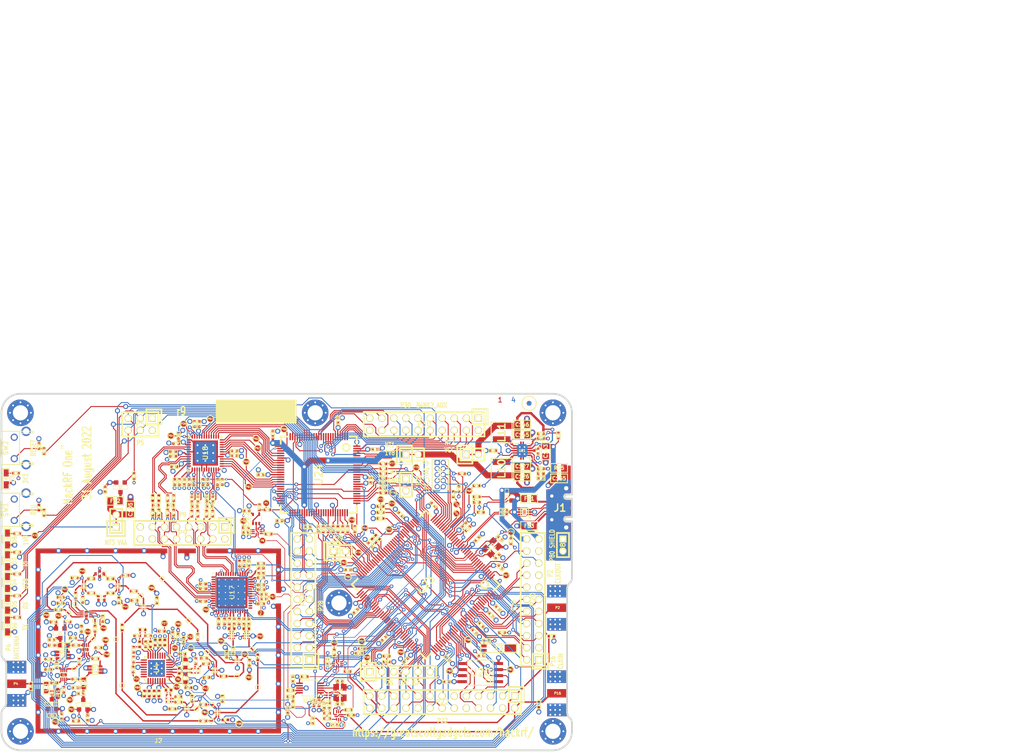
<source format=kicad_pcb>
(kicad_pcb (version 20211014) (generator pcbnew)

  (general
    (thickness 1.6116)
  )

  (paper "USLegal")
  (title_block
    (title "HackRF One")
    (date "2022-08-28")
    (rev "r9")
    (company "Copyright 2012-2022 Great Scott Gadgets")
    (comment 1 "Michael Ossmann")
    (comment 2 "Licensed under the CERN-OHL-P v2")
  )

  (layers
    (0 "F.Cu" signal "C1F")
    (1 "In1.Cu" signal "C2")
    (2 "In2.Cu" signal "C3")
    (31 "B.Cu" signal "C4B")
    (32 "B.Adhes" user "B.Adhesive")
    (33 "F.Adhes" user "F.Adhesive")
    (34 "B.Paste" user)
    (35 "F.Paste" user)
    (36 "B.SilkS" user "B.Silkscreen")
    (37 "F.SilkS" user "F.Silkscreen")
    (38 "B.Mask" user)
    (39 "F.Mask" user)
    (41 "Cmts.User" user "User.Comments")
    (44 "Edge.Cuts" user)
    (45 "Margin" user)
    (46 "B.CrtYd" user "B.Courtyard")
    (47 "F.CrtYd" user "F.Courtyard")
    (49 "F.Fab" user)
  )

  (setup
    (stackup
      (layer "F.SilkS" (type "Top Silk Screen") (color "White"))
      (layer "F.Paste" (type "Top Solder Paste"))
      (layer "F.Mask" (type "Top Solder Mask") (color "Green") (thickness 0.0127) (material "LPI") (epsilon_r 3.8) (loss_tangent 0))
      (layer "F.Cu" (type "copper") (thickness 0.035))
      (layer "dielectric 1" (type "prepreg") (thickness 0.2104) (material "7628") (epsilon_r 4.6) (loss_tangent 0))
      (layer "In1.Cu" (type "copper") (thickness 0.0152))
      (layer "dielectric 2" (type "core") (thickness 1.065) (material "7628") (epsilon_r 4.6) (loss_tangent 0))
      (layer "In2.Cu" (type "copper") (thickness 0.0152))
      (layer "dielectric 3" (type "prepreg") (thickness 0.2104) (material "7628") (epsilon_r 4.6) (loss_tangent 0))
      (layer "B.Cu" (type "copper") (thickness 0.035))
      (layer "B.Mask" (type "Bottom Solder Mask") (color "Green") (thickness 0.0127) (material "LPI") (epsilon_r 3.8) (loss_tangent 0))
      (layer "B.Paste" (type "Bottom Solder Paste"))
      (layer "B.SilkS" (type "Bottom Silk Screen") (color "White"))
      (copper_finish "ENIG")
      (dielectric_constraints yes)
    )
    (pad_to_mask_clearance 0.05)
    (pad_to_paste_clearance_ratio -0.12)
    (pcbplotparams
      (layerselection 0x00010e8_ffffffff)
      (disableapertmacros false)
      (usegerberextensions true)
      (usegerberattributes false)
      (usegerberadvancedattributes true)
      (creategerberjobfile false)
      (svguseinch false)
      (svgprecision 6)
      (excludeedgelayer true)
      (plotframeref false)
      (viasonmask false)
      (mode 1)
      (useauxorigin false)
      (hpglpennumber 1)
      (hpglpenspeed 20)
      (hpglpendiameter 15.000000)
      (dxfpolygonmode true)
      (dxfimperialunits true)
      (dxfusepcbnewfont true)
      (psnegative false)
      (psa4output false)
      (plotreference false)
      (plotvalue false)
      (plotinvisibletext false)
      (sketchpadsonfab false)
      (subtractmaskfromsilk false)
      (outputformat 1)
      (mirror false)
      (drillshape 0)
      (scaleselection 1)
      (outputdirectory "gerbers")
    )
  )

  (net 0 "")
  (net 1 "!MIX_BYPASS")
  (net 2 "!RX_AMP_PWR")
  (net 3 "!TX_AMP_PWR")
  (net 4 "!VAA_ENABLE")
  (net 5 "/Front End/RX_AMP_OUT")
  (net 6 "/Front End/RX_AMP_IN")
  (net 7 "/Front End/TX_AMP_IN")
  (net 8 "/Front End/TX_AMP_OUT")
  (net 9 "/Front End/REF_IN")
  (net 10 "/Baseband/TXBBQ-")
  (net 11 "/Baseband/TXBBQ+")
  (net 12 "/Baseband/TXBBI+")
  (net 13 "/Baseband/TXBBI-")
  (net 14 "/Baseband/COM")
  (net 15 "/Baseband/REFN")
  (net 16 "/Baseband/REFP")
  (net 17 "/Baseband/IA+")
  (net 18 "/Baseband/IA-")
  (net 19 "/Baseband/QA-")
  (net 20 "/Baseband/QA+")
  (net 21 "/Baseband/CPOUT-")
  (net 22 "/Baseband/CPOUT+")
  (net 23 "XCVR_CLK")
  (net 24 "/Baseband/XTAL2")
  (net 25 "/Microcontroller, CPLD, USB, Power/RTCX1")
  (net 26 "/Microcontroller, CPLD, USB, Power/REG_OUT2")
  (net 27 "/Microcontroller, CPLD, USB, Power/VBAT")
  (net 28 "/Microcontroller, CPLD, USB, Power/VIN")
  (net 29 "/Microcontroller, CPLD, USB, Power/REG_OUT1")
  (net 30 "/Microcontroller, CPLD, USB, Power/USB_SHIELD")
  (net 31 "/Microcontroller, CPLD, USB, Power/XTAL1")
  (net 32 "/Microcontroller, CPLD, USB, Power/XTAL2")
  (net 33 "/Microcontroller, CPLD, USB, Power/RTCX2")
  (net 34 "/Clock/XB")
  (net 35 "/Clock/XA")
  (net 36 "/Microcontroller, CPLD, USB, Power/VBUS")
  (net 37 "/Microcontroller, CPLD, USB, Power/LED1")
  (net 38 "/Microcontroller, CPLD, USB, Power/LED2")
  (net 39 "/Microcontroller, CPLD, USB, Power/LED3")
  (net 40 "/Baseband/RXBBQ-")
  (net 41 "/Baseband/RXBBI-")
  (net 42 "/Baseband/RXBBQ+")
  (net 43 "/Baseband/RXBBI+")
  (net 44 "!ANT_BIAS")
  (net 45 "/Baseband/XCVR_CLKOUT")
  (net 46 "/Microcontroller, CPLD, USB, Power/RTC_ALARM")
  (net 47 "/Microcontroller, CPLD, USB, Power/WAKEUP")
  (net 48 "/Microcontroller, CPLD, USB, Power/GPIO3_8")
  (net 49 "/Microcontroller, CPLD, USB, Power/GPIO3_9")
  (net 50 "/Microcontroller, CPLD, USB, Power/GPIO3_10")
  (net 51 "/Microcontroller, CPLD, USB, Power/GPIO3_11")
  (net 52 "/Microcontroller, CPLD, USB, Power/GPIO3_12")
  (net 53 "/Microcontroller, CPLD, USB, Power/GPIO3_13")
  (net 54 "/Microcontroller, CPLD, USB, Power/GPIO3_14")
  (net 55 "/Microcontroller, CPLD, USB, Power/GPIO3_15")
  (net 56 "/Microcontroller, CPLD, USB, Power/ADC0_6")
  (net 57 "/Microcontroller, CPLD, USB, Power/ADC0_2")
  (net 58 "/Microcontroller, CPLD, USB, Power/VBUSCTRL")
  (net 59 "/Microcontroller, CPLD, USB, Power/ADC0_5")
  (net 60 "/Microcontroller, CPLD, USB, Power/ADC0_0")
  (net 61 "/Microcontroller, CPLD, USB, Power/RESET")
  (net 62 "/Microcontroller, CPLD, USB, Power/I2C1_SCL")
  (net 63 "/Microcontroller, CPLD, USB, Power/I2C1_SDA")
  (net 64 "/Microcontroller, CPLD, USB, Power/SPIFI_CIPO")
  (net 65 "/Microcontroller, CPLD, USB, Power/SPIFI_SCK")
  (net 66 "/Microcontroller, CPLD, USB, Power/SPIFI_COPI")
  (net 67 "/Microcontroller, CPLD, USB, Power/I2S0_RX_SCK")
  (net 68 "/Microcontroller, CPLD, USB, Power/I2S0_RX_SDA")
  (net 69 "/Microcontroller, CPLD, USB, Power/I2S0_RX_MCLK")
  (net 70 "/Microcontroller, CPLD, USB, Power/I2S0_RX_WS")
  (net 71 "/Microcontroller, CPLD, USB, Power/I2S0_TX_SCK")
  (net 72 "/Microcontroller, CPLD, USB, Power/I2S0_TX_MCLK")
  (net 73 "/Microcontroller, CPLD, USB, Power/U0_RXD")
  (net 74 "/Microcontroller, CPLD, USB, Power/U0_TXD")
  (net 75 "/Microcontroller, CPLD, USB, Power/P2_9")
  (net 76 "/Microcontroller, CPLD, USB, Power/P2_13")
  (net 77 "/Microcontroller, CPLD, USB, Power/P2_8")
  (net 78 "/Microcontroller, CPLD, USB, Power/DBGEN")
  (net 79 "/Microcontroller, CPLD, USB, Power/TMS")
  (net 80 "/Microcontroller, CPLD, USB, Power/TCK")
  (net 81 "/Microcontroller, CPLD, USB, Power/TDO")
  (net 82 "/Microcontroller, CPLD, USB, Power/TDI")
  (net 83 "/Microcontroller, CPLD, USB, Power/SD_CD")
  (net 84 "/Microcontroller, CPLD, USB, Power/SD_DAT3")
  (net 85 "/Microcontroller, CPLD, USB, Power/SD_DAT2")
  (net 86 "/Microcontroller, CPLD, USB, Power/SD_DAT1")
  (net 87 "/Microcontroller, CPLD, USB, Power/SD_DAT0")
  (net 88 "/Microcontroller, CPLD, USB, Power/SD_VOLT0")
  (net 89 "/Microcontroller, CPLD, USB, Power/SD_CMD")
  (net 90 "/Microcontroller, CPLD, USB, Power/SD_POW")
  (net 91 "/Microcontroller, CPLD, USB, Power/SD_CLK")
  (net 92 "/Microcontroller, CPLD, USB, Power/B1AUX14")
  (net 93 "/Microcontroller, CPLD, USB, Power/B1AUX13")
  (net 94 "/Microcontroller, CPLD, USB, Power/CPLD_TCK")
  (net 95 "/Microcontroller, CPLD, USB, Power/BANK2F3M2")
  (net 96 "/Microcontroller, CPLD, USB, Power/CPLD_TDI")
  (net 97 "/Microcontroller, CPLD, USB, Power/BANK2F3M6")
  (net 98 "/Microcontroller, CPLD, USB, Power/BANK2F3M12")
  (net 99 "/Microcontroller, CPLD, USB, Power/BANK2F3M4")
  (net 100 "/Microcontroller, CPLD, USB, Power/CPLD_TMS")
  (net 101 "/Microcontroller, CPLD, USB, Power/CPLD_TDO")
  (net 102 "/Microcontroller, CPLD, USB, Power/B2AUX16")
  (net 103 "/Microcontroller, CPLD, USB, Power/B2AUX15")
  (net 104 "/Microcontroller, CPLD, USB, Power/B2AUX14")
  (net 105 "/Microcontroller, CPLD, USB, Power/B2AUX13")
  (net 106 "/Microcontroller, CPLD, USB, Power/B2AUX12")
  (net 107 "/Microcontroller, CPLD, USB, Power/B2AUX11")
  (net 108 "/Microcontroller, CPLD, USB, Power/B2AUX10")
  (net 109 "/Microcontroller, CPLD, USB, Power/B2AUX9")
  (net 110 "/Microcontroller, CPLD, USB, Power/B2AUX8")
  (net 111 "/Microcontroller, CPLD, USB, Power/B2AUX7")
  (net 112 "/Microcontroller, CPLD, USB, Power/B2AUX6")
  (net 113 "/Microcontroller, CPLD, USB, Power/B2AUX5")
  (net 114 "/Microcontroller, CPLD, USB, Power/B2AUX4")
  (net 115 "/Microcontroller, CPLD, USB, Power/B2AUX3")
  (net 116 "/Microcontroller, CPLD, USB, Power/B2AUX2")
  (net 117 "/Microcontroller, CPLD, USB, Power/B2AUX1")
  (net 118 "/Microcontroller, CPLD, USB, Power/GCK0")
  (net 119 "/Microcontroller, CPLD, USB, Power/SPIFI_CS")
  (net 120 "/Microcontroller, CPLD, USB, Power/VREGMODE")
  (net 121 "/Microcontroller, CPLD, USB, Power/EN1V8")
  (net 122 "/Microcontroller, CPLD, USB, Power/SGPIO0")
  (net 123 "/Microcontroller, CPLD, USB, Power/SGPIO7")
  (net 124 "/Microcontroller, CPLD, USB, Power/SGPIO9")
  (net 125 "/Microcontroller, CPLD, USB, Power/SGPIO10")
  (net 126 "/Microcontroller, CPLD, USB, Power/SGPIO11")
  (net 127 "/Microcontroller, CPLD, USB, Power/SPIFI_SIO2")
  (net 128 "/Microcontroller, CPLD, USB, Power/SPIFI_SIO3")
  (net 129 "/Baseband/QD+")
  (net 130 "/Baseband/QD-")
  (net 131 "/Baseband/ID-")
  (net 132 "/Baseband/ID+")
  (net 133 "/Clock/CLK0")
  (net 134 "Net-(C169-Pad2)")
  (net 135 "/Microcontroller, CPLD, USB, Power/DP")
  (net 136 "/Microcontroller, CPLD, USB, Power/DM")
  (net 137 "/Microcontroller, CPLD, USB, Power/RREF")
  (net 138 "/Microcontroller, CPLD, USB, Power/BANK2F3M1")
  (net 139 "/Microcontroller, CPLD, USB, Power/SGPIO13")
  (net 140 "/Microcontroller, CPLD, USB, Power/BANK2F3M3")
  (net 141 "/Microcontroller, CPLD, USB, Power/SGPIO14")
  (net 142 "/Microcontroller, CPLD, USB, Power/SGPIO1")
  (net 143 "/Microcontroller, CPLD, USB, Power/BANK2F3M5")
  (net 144 "/Microcontroller, CPLD, USB, Power/SGPIO15")
  (net 145 "/Microcontroller, CPLD, USB, Power/BANK2F3M7")
  (net 146 "/Microcontroller, CPLD, USB, Power/BANK2F3M8")
  (net 147 "/Microcontroller, CPLD, USB, Power/SGPIO2")
  (net 148 "/Microcontroller, CPLD, USB, Power/BANK2F3M9")
  (net 149 "/Microcontroller, CPLD, USB, Power/SGPIO3")
  (net 150 "/Microcontroller, CPLD, USB, Power/BANK2F3M10")
  (net 151 "/Microcontroller, CPLD, USB, Power/BANK2F3M11")
  (net 152 "/Microcontroller, CPLD, USB, Power/SGPIO12")
  (net 153 "/Microcontroller, CPLD, USB, Power/SGPIO4")
  (net 154 "/Microcontroller, CPLD, USB, Power/BANK2F3M14")
  (net 155 "/Microcontroller, CPLD, USB, Power/SGPIO5")
  (net 156 "/Microcontroller, CPLD, USB, Power/BANK2F3M15")
  (net 157 "/Microcontroller, CPLD, USB, Power/SGPIO6")
  (net 158 "AMP_BYPASS")
  (net 159 "CLKIN")
  (net 160 "CLKOUT")
  (net 161 "CS_AD")
  (net 162 "CS_XCVR")
  (net 163 "DA0")
  (net 164 "DA1")
  (net 165 "DA2")
  (net 166 "DA3")
  (net 167 "DA4")
  (net 168 "DA5")
  (net 169 "DA6")
  (net 170 "DA7")
  (net 171 "DD0")
  (net 172 "DD1")
  (net 173 "DD2")
  (net 174 "DD3")
  (net 175 "DD4")
  (net 176 "DD5")
  (net 177 "DD6")
  (net 178 "DD7")
  (net 179 "DD8")
  (net 180 "DD9")
  (net 181 "GCK1")
  (net 182 "GCK2")
  (net 183 "GND")
  (net 184 "HP")
  (net 185 "LP")
  (net 186 "MCU_CLK")
  (net 187 "MIXER_ENX")
  (net 188 "MIXER_RESETX")
  (net 189 "MIXER_SCLK")
  (net 190 "MIXER_SDATA")
  (net 191 "MIX_BYPASS")
  (net 192 "MIX_CLK")
  (net 193 "RSSI")
  (net 194 "RX")
  (net 195 "RX_AMP")
  (net 196 "RX_IF")
  (net 197 "RX_MIX_BP")
  (net 198 "SCL")
  (net 199 "SDA")
  (net 200 "SGPIO_CLK")
  (net 201 "SSP1_CIPO")
  (net 202 "SSP1_COPI")
  (net 203 "SSP1_SCK")
  (net 204 "TX_AMP")
  (net 205 "TX_IF")
  (net 206 "TX_MIX_BP")
  (net 207 "VAA")
  (net 208 "VCC")
  (net 209 "XCVR_EN")
  (net 210 "Net-(C8-Pad2)")
  (net 211 "Net-(C9-Pad2)")
  (net 212 "Net-(C9-Pad1)")
  (net 213 "Net-(C12-Pad1)")
  (net 214 "Net-(C13-Pad1)")
  (net 215 "Net-(C14-Pad2)")
  (net 216 "Net-(C14-Pad1)")
  (net 217 "Net-(C15-Pad2)")
  (net 218 "Net-(C17-Pad2)")
  (net 219 "Net-(C17-Pad1)")
  (net 220 "Net-(C18-Pad2)")
  (net 221 "Net-(C18-Pad1)")
  (net 222 "Net-(C20-Pad2)")
  (net 223 "Net-(C20-Pad1)")
  (net 224 "Net-(C21-Pad2)")
  (net 225 "Net-(C21-Pad1)")
  (net 226 "Net-(C23-Pad2)")
  (net 227 "Net-(C23-Pad1)")
  (net 228 "Net-(C25-Pad1)")
  (net 229 "Net-(C26-Pad2)")
  (net 230 "Net-(C26-Pad1)")
  (net 231 "Net-(C27-Pad2)")
  (net 232 "Net-(C27-Pad1)")
  (net 233 "Net-(C28-Pad2)")
  (net 234 "Net-(C28-Pad1)")
  (net 235 "Net-(C31-Pad2)")
  (net 236 "Net-(C31-Pad1)")
  (net 237 "Net-(C32-Pad2)")
  (net 238 "Net-(C32-Pad1)")
  (net 239 "Net-(C43-Pad2)")
  (net 240 "Net-(C43-Pad1)")
  (net 241 "Net-(C44-Pad2)")
  (net 242 "Net-(C44-Pad1)")
  (net 243 "Net-(C46-Pad2)")
  (net 244 "Net-(C46-Pad1)")
  (net 245 "Net-(C48-Pad1)")
  (net 246 "Net-(C49-Pad2)")
  (net 247 "Net-(C50-Pad1)")
  (net 248 "Net-(C51-Pad2)")
  (net 249 "Net-(C51-Pad1)")
  (net 250 "Net-(C163-Pad2)")
  (net 251 "Net-(C58-Pad2)")
  (net 252 "Net-(C59-Pad2)")
  (net 253 "Net-(C61-Pad2)")
  (net 254 "Net-(C61-Pad1)")
  (net 255 "Net-(C62-Pad2)")
  (net 256 "Net-(C64-Pad2)")
  (net 257 "Net-(C64-Pad1)")
  (net 258 "Net-(C99-Pad2)")
  (net 259 "Net-(C99-Pad1)")
  (net 260 "Net-(C102-Pad2)")
  (net 261 "Net-(C102-Pad1)")
  (net 262 "Net-(C104-Pad2)")
  (net 263 "Net-(C104-Pad1)")
  (net 264 "Net-(C105-Pad1)")
  (net 265 "Net-(C106-Pad1)")
  (net 266 "Net-(C111-Pad2)")
  (net 267 "Net-(C111-Pad1)")
  (net 268 "Net-(C114-Pad2)")
  (net 269 "Net-(C114-Pad1)")
  (net 270 "Net-(C125-Pad2)")
  (net 271 "Net-(C160-Pad1)")
  (net 272 "Net-(D2-Pad2)")
  (net 273 "Net-(D4-Pad2)")
  (net 274 "Net-(D5-Pad2)")
  (net 275 "Net-(D6-Pad2)")
  (net 276 "Net-(D7-Pad2)")
  (net 277 "Net-(D8-Pad2)")
  (net 278 "Net-(FB1-Pad1)")
  (net 279 "Net-(FB2-Pad1)")
  (net 280 "Net-(FB3-Pad1)")
  (net 281 "Net-(J1-Pad3)")
  (net 282 "Net-(J1-Pad2)")
  (net 283 "Net-(L1-Pad2)")
  (net 284 "Net-(L1-Pad1)")
  (net 285 "Net-(L2-Pad1)")
  (net 286 "Net-(L3-Pad1)")
  (net 287 "Net-(L10-Pad1)")
  (net 288 "Net-(L11-Pad2)")
  (net 289 "Net-(D10-Pad1)")
  (net 290 "Net-(P6-Pad1)")
  (net 291 "Net-(P19-Pad1)")
  (net 292 "Net-(R4-Pad2)")
  (net 293 "Net-(R30-Pad2)")
  (net 294 "Net-(R19-Pad2)")
  (net 295 "Net-(R51-Pad1)")
  (net 296 "Net-(R52-Pad2)")
  (net 297 "Net-(R55-Pad2)")
  (net 298 "/Microcontroller, CPLD, USB, Power/BANK2F3M16")
  (net 299 "+1V8")
  (net 300 "unconnected-(P25-Pad3)")
  (net 301 "unconnected-(P26-Pad7)")
  (net 302 "unconnected-(U4-Pad1)")
  (net 303 "unconnected-(U4-Pad2)")
  (net 304 "unconnected-(U4-Pad3)")
  (net 305 "unconnected-(U4-Pad11)")
  (net 306 "unconnected-(U4-Pad13)")
  (net 307 "unconnected-(U4-Pad14)")
  (net 308 "unconnected-(U4-Pad17)")
  (net 309 "unconnected-(U4-Pad18)")
  (net 310 "unconnected-(U4-Pad20)")
  (net 311 "unconnected-(U4-Pad21)")
  (net 312 "unconnected-(U9-Pad2)")
  (net 313 "unconnected-(U12-Pad2)")
  (net 314 "unconnected-(U14-Pad2)")
  (net 315 "unconnected-(U15-Pad4)")
  (net 316 "unconnected-(U15-Pad6)")
  (net 317 "unconnected-(U17-Pad3)")
  (net 318 "unconnected-(U17-Pad43)")
  (net 319 "unconnected-(U17-Pad9)")
  (net 320 "unconnected-(U17-Pad12)")
  (net 321 "unconnected-(U17-Pad40)")
  (net 322 "unconnected-(U18-Pad38)")
  (net 323 "Net-(C117-Pad1)")
  (net 324 "unconnected-(U23-Pad89)")
  (net 325 "unconnected-(U23-Pad90)")
  (net 326 "unconnected-(U24-Pad14)")
  (net 327 "unconnected-(U24-Pad15)")
  (net 328 "unconnected-(U24-Pad16)")
  (net 329 "unconnected-(U24-Pad20)")
  (net 330 "unconnected-(U24-Pad25)")
  (net 331 "unconnected-(U24-Pad44)")
  (net 332 "unconnected-(U24-Pad46)")
  (net 333 "unconnected-(U24-Pad49)")
  (net 334 "unconnected-(U24-Pad50)")
  (net 335 "unconnected-(U24-Pad52)")
  (net 336 "unconnected-(U24-Pad53)")
  (net 337 "unconnected-(U24-Pad54)")
  (net 338 "unconnected-(U24-Pad58)")
  (net 339 "unconnected-(U24-Pad59)")
  (net 340 "unconnected-(U24-Pad60)")
  (net 341 "unconnected-(U24-Pad63)")
  (net 342 "unconnected-(U24-Pad65)")
  (net 343 "unconnected-(U24-Pad66)")
  (net 344 "unconnected-(U24-Pad68)")
  (net 345 "unconnected-(U24-Pad73)")
  (net 346 "unconnected-(U24-Pad75)")
  (net 347 "unconnected-(U24-Pad80)")
  (net 348 "unconnected-(U24-Pad82)")
  (net 349 "unconnected-(U24-Pad85)")
  (net 350 "unconnected-(U24-Pad86)")
  (net 351 "unconnected-(U24-Pad87)")
  (net 352 "unconnected-(U24-Pad93)")
  (net 353 "unconnected-(U24-Pad95)")
  (net 354 "unconnected-(U24-Pad96)")
  (net 355 "Net-(D10-Pad2)")
  (net 356 "Net-(C117-Pad2)")
  (net 357 "CLKOUT_EN")
  (net 358 "MCU_CLK_EN")
  (net 359 "Net-(R32-Pad2)")
  (net 360 "Net-(R33-Pad2)")
  (net 361 "Net-(R34-Pad2)")
  (net 362 "CLKIN_DETECT")
  (net 363 "Net-(R38-Pad1)")
  (net 364 "Net-(R39-Pad2)")
  (net 365 "Net-(R44-Pad2)")
  (net 366 "AD_CLK")
  (net 367 "Net-(R94-Pad2)")
  (net 368 "CLKIN_EN")
  (net 369 "FSX2_CLK")
  (net 370 "/Clock/CLK2")
  (net 371 "/Clock/CLK1")
  (net 372 "unconnected-(U4-Pad16)")
  (net 373 "unconnected-(U4-Pad9)")
  (net 374 "/Microcontroller, CPLD, USB, Power/TRST")
  (net 375 "/Microcontroller, CPLD, USB, Power/ID")
  (net 376 "/Microcontroller, CPLD, USB, Power/VBUS_DETECT")
  (net 377 "Net-(P1-Pad1)")
  (net 378 "XCVR_RXTX")
  (net 379 "unconnected-(U17-Pad44)")
  (net 380 "unconnected-(U17-Pad10)")
  (net 381 "unconnected-(U17-Pad15)")
  (net 382 "unconnected-(U17-Pad16)")
  (net 383 "unconnected-(U17-Pad17)")
  (net 384 "unconnected-(U17-Pad23)")
  (net 385 "unconnected-(U17-Pad45)")
  (net 386 "unconnected-(U17-Pad46)")
  (net 387 "unconnected-(U17-Pad55)")
  (net 388 "unconnected-(U17-Pad56)")
  (net 389 "unconnected-(U17-Pad41)")
  (net 390 "unconnected-(U17-Pad42)")
  (net 391 "unconnected-(U4-Pad15)")

  (footprint "gsg-modules:LTST-S220" (layer "F.Cu") (at 61.27 148.838 -90))

  (footprint "gsg-modules:LTST-S220" (layer "F.Cu") (at 61.27 139.694 -90))

  (footprint "gsg-modules:LTST-S220" (layer "F.Cu") (at 61.27 130.55 -90))

  (footprint "gsg-modules:LTST-S220" (layer "F.Cu") (at 61.27 144.266 -90))

  (footprint "gsg-modules:LTST-S220" (layer "F.Cu") (at 61.27 135.122 -90))

  (footprint "GSG-TESTPOINT-30MIL-MASKONLY" (layer "F.Cu") (at 89.31402 142.49908))

  (footprint "GSG-TESTPOINT-30MIL-MASKONLY" (layer "F.Cu") (at 84.1046 151.6574))

  (footprint "GSG-TESTPOINT-30MIL-MASKONLY" (layer "F.Cu") (at 75.57516 144.21358))

  (footprint "GSG-TESTPOINT-30MIL-MASKONLY" (layer "F.Cu") (at 74.0537 146.1516))

  (footprint "GSG-TESTPOINT-30MIL-MASKONLY" (layer "F.Cu") (at 93.782 138.932))

  (footprint "GSG-TESTPOINT-30MIL-MASKONLY" (layer "F.Cu") (at 85.4 161.3602))

  (footprint "GSG-TESTPOINT-30MIL-MASKONLY" (layer "F.Cu") (at 75.33894 157.8483))

  (footprint "GSG-TESTPOINT-30MIL-MASKONLY" (layer "F.Cu") (at 79.28 151.506))

  (footprint "GSG-TESTPOINT-30MIL-MASKONLY" (layer "F.Cu") (at 113.919 161.74974))

  (footprint "GSG-TESTPOINT-30MIL-MASKONLY" (layer "F.Cu") (at 104.11206 168.79824))

  (footprint "GSG-TESTPOINT-30MIL-MASKONLY" (layer "F.Cu") (at 104.25176 165.37432))

  (footprint "GSG-TESTPOINT-30MIL-MASKONLY" (layer "F.Cu") (at 101.0158 166.26332))

  (footprint "GSG-TESTPOINT-30MIL-MASKONLY" (layer "F.Cu") (at 79.6671 147.71116))

  (footprint "GSG-TESTPOINT-30MIL-MASKONLY" (layer "F.Cu") (at 109.47654 159.42564))

  (footprint "GSG-TESTPOINT-30MIL-MASKONLY" (layer "F.Cu") (at 99.36226 147.6883))

  (footprint "GSG-TESTPOINT-30MIL-MASKONLY" (layer "F.Cu") (at 103.23068 154.2796))

  (footprint "GSG-TESTPOINT-30MIL-MASKONLY" (layer "F.Cu") (at 112.71504 153.71064))

  (footprint "gsg-modules:LTST-S220" (layer "F.Cu") (at 61 117.9 -90))

  (footprint "GSG-MARK1MM" (layer "F.Cu") (at 171 102))

  (footprint "hackrf:GSG-0402" (layer "F.Cu") (at 91.0964 163.0468 -90))

  (footprint "hackrf:GSG-0402" (layer "F.Cu") (at 90.0804 163.0468 -90))

  (footprint "hackrf:GSG-0402" (layer "F.Cu") (at 93.1284 163.0468 -90))

  (footprint "hackrf:GSG-0402" (layer "F.Cu") (at 92.1124 163.0468 -90))

  (footprint "hackrf:GSG-0402" (layer "F.Cu") (at 92.341 152.328 90))

  (footprint "hackrf:GSG-0402" (layer "F.Cu") (at 93.357 152.328 90))

  (footprint "hackrf:GSG-0402" (layer "F.Cu") (at 107.084 168.5762 180))

  (footprint "hackrf:GSG-0402" (layer "F.Cu") (at 113.919 155.448 -90))

  (footprint "hackrf:GSG-0402" (layer "F.Cu") (at 85.4 149.1682 90))

  (footprint "hackrf:GSG-0402" (layer "F.Cu") (at 87.9808 143.4816))

  (footprint "hackrf:GSG-0402" (layer "F.Cu") (at 84.7138 143.4622 90))

  (footprint "hackrf:GSG-0402" (layer "F.Cu") (at 87.7944 153.8266 -90))

  (footprint "hackrf:GSG-0402" (layer "F.Cu") (at 88.5564 150.9056 180))

  (footprint "hackrf:GSG-0402" (layer "F.Cu") (at 90.3344 152.6836 90))

  (footprint "hackrf:GSG-0402" (layer "F.Cu") (at 90.8424 150.9056))

  (footprint "hackrf:GSG-0402" (layer "F.Cu") (at 106.4998 164.1566 90))

  (footprint "hackrf:GSG-0402" (layer "F.Cu") (at 82.9358 141.9382))

  (footprint "hackrf:GSG-0402" (layer "F.Cu") (at 78.8718 141.9382))

  (footprint "hackrf:GSG-0402" (layer "F.Cu") (at 77.0938 143.3352 90))

  (footprint "hackrf:GSG-0402" (layer "F.Cu") (at 87.8078 141.5288))

  (footprint "hackrf:GSG-0402" (layer "F.Cu") (at 102.4382 165.3794 180))

  (footprint "hackrf:GSG-0402" (layer "F.Cu") (at 95.9732 166.2726))

  (footprint "hackrf:GSG-0402" (layer "F.Cu") (at 101.2698 151.1808 90))

  (footprint "hackrf:GSG-0402" (layer "F.Cu") (at 92.6798 143.4816 -90))

  (footprint "hackrf:GSG-0402" (layer "F.Cu") (at 97.1924 163.7326))

  (footprint "hackrf:GSG-0402" (layer "F.Cu") (at 78.8718 138.8902 180))

  (footprint "hackrf:GSG-0402" (layer "F.Cu") (at 82.9358 138.8902))

  (footprint "hackrf:GSG-0402" (layer "F.Cu") (at 97.1924 164.8756))

  (footprint "hackrf:GSG-0402" (layer "F.Cu") (at 75.4174 138.7124 180))

  (footprint "hackrf:GSG-0402" (layer "F.Cu") (at 86.1 138.2))

  (footprint "hackrf:GSG-0402" (layer "F.Cu") (at 75.5952 142.4462 90))

  (footprint "hackrf:GSG-0402" (layer "F.Cu") (at 102.4382 168.8084 180))

  (footprint "hackrf:GSG-0402" (layer "F.Cu") (at 100.1134 164.139 90))

  (footprint "hackrf:GSG-0402" (layer "F.Cu") (at 98.31 151.9216 90))

  (footprint "hackrf:GSG-0402" (layer "F.Cu") (at 97.167 151.1596 90))

  (footprint "hackrf:GSG-0402" (layer "F.Cu") (at 96.024 150.7786 90))

  (footprint "hackrf:GSG-0402" (layer "F.Cu") (at 93.738 149.915 180))

  (footprint "hackrf:GSG-0402" (layer "F.Cu") (at 72.4456 142.8272))

  (footprint "hackrf:GSG-0402" (layer "F.Cu") (at 81.3054 147.3454 90))

  (footprint "hackrf:GSG-0402" (layer "F.Cu") (at 72.4456 144.0718))

  (footprint "hackrf:GSG-0402" (layer "F.Cu") (at 99.326 161.8276))

  (footprint "hackrf:GSG-0402" (layer "F.Cu") (at 98.056 154.7156 180))

  (footprint "hackrf:GSG-0402" (layer "F.Cu") (at 72.009 145.415 180))

  (footprint "hackrf:GSG-0402" (layer "F.Cu") (at 79.6798 149.4282 90))

  (footprint "hackrf:GSG-0402" (layer "F.Cu") (at 102.5906 155.6512))

  (footprint "hackrf:GSG-0402" (layer "F.Cu") (at 103.0478 156.7942 180))

  (footprint "hackrf:GSG-0402" (layer "F.Cu") (at 112.1664 156.5656 90))

  (footprint "hackrf:GSG-0402" (layer "F.Cu") (at 108.7374 154.0002 90))

  (footprint "hackrf:GSG-0402" (layer "F.Cu") (at 100.85 156.2396 -90))

  (footprint "hackrf:GSG-0402" (layer "F.Cu") (at 75.678 152.92))

  (footprint "hackrf:GSG-0402" (layer "F.Cu") (at 106.7414 159.434 180))

  (footprint "hackrf:GSG-0402" (layer "F.Cu") (at 70.598 152.92 180))

  (footprint "hackrf:GSG-0402" (layer "F.Cu") (at 70.9474 147.9998 180))

  (footprint "hackrf:GSG-0402" (layer "F.Cu") (at 103.124 159.6644 180))

  (footprint "hackrf:GSG-0402" (layer "F.Cu") (at 80.377 153.428))

  (footprint "hackrf:GSG-0402" (layer "F.Cu") (at 107.3912 154.8638 90))

  (footprint "hackrf:GSG-0402" (layer "F.Cu") (at 76.835 149.4282 90))

  (footprint "hackrf:GSG-0402" (layer "F.Cu") (at 71.614 157.111 90))

  (footprint "hackrf:GSG-0402" (layer "F.Cu") (at 79.742 155.714))

  (footprint "hackrf:GSG-0402" (layer "F.Cu") (at 75.043 151.396))

  (footprint "hackrf:GSG-0402" (layer "F.Cu") (at 76.3638 156.3236 90))

  (footprint "hackrf:GSG-0402" (layer "F.Cu") (at 75.551 160.032))

  (footprint "hackrf:GSG-0402" (layer "F.Cu") (at 73.0872 162.2418 -90))

  (footprint "hackrf:GSG-0402" (layer "F.Cu") (at 71.13 160.81 180))

  (footprint "hackrf:GSG-0402" (layer "F.Cu") (at 69.836 158))

  (footprint "hackrf:GSG-0402" (layer "F.Cu") (at 69.836 155.841))

  (footprint "hackrf:GSG-0402" (layer "F.Cu") (at 87.7 158 90))

  (footprint "hackrf:GSG-0402" (layer "F.Cu") (at 126.8 165.1 -90))

  (footprint "hackrf:GSG-0402" (layer "F.Cu") (at 125.7 165.1 -90))

  (footprint "hackrf:GSG-0402" (layer "F.Cu") (at 87.8 155.9 90))

  (footprint "hackrf:GSG-0402" (layer "F.Cu") (at 100.4824 118.5578 -90))

  (footprint "hackrf:GSG-0402" (layer "F.Cu") (at 99.4664 118.5578 -90))

  (footprint "hackrf:GSG-0402" (layer "F.Cu") (at 103.4034 118.5578 -90))

  (footprint "hackrf:GSG-0402" (layer "F.Cu") (at 102.3874 118.5578 -90))

  (footprint "hackrf:GSG-0402" (layer "F.Cu") (at 105.4354 118.5578 -90))

  (footprint "hackrf:GSG-0402" (layer "F.Cu") (at 106.4514 118.5578 -90))

  (footprint "hackrf:GSG-0402" (layer "F.Cu") (at 101.6254 106.3658 90))

  (footprint "hackrf:GSG-0402" (layer "F.Cu") (at 100.6094 106.3658 90))

  (footprint "hackrf:GSG-0402" (layer "F.Cu") (at 96.7359 110.4933 180))

  (footprint "hackrf:GSG-0402" (layer "F.Cu")
    (tedit 4FB6CFE4) (tstamp 00000000-0000-0000-0000-00005787e27a)
    (at 97.2439 108.8423 90)
    (property "Description" "CAP CER 2.2UF 10V 20% X5R 0402")
    (property "Manufacturer" "Taiyo Yuden")
    (property "Part Number" "LMK105BJ225MV-F")
    (property "Sheetfile" "baseband.kicad_sch")
    (property "Sheetname" "Baseband")
    (path "/00000000-0000-00
... [4467128 chars truncated]
</source>
